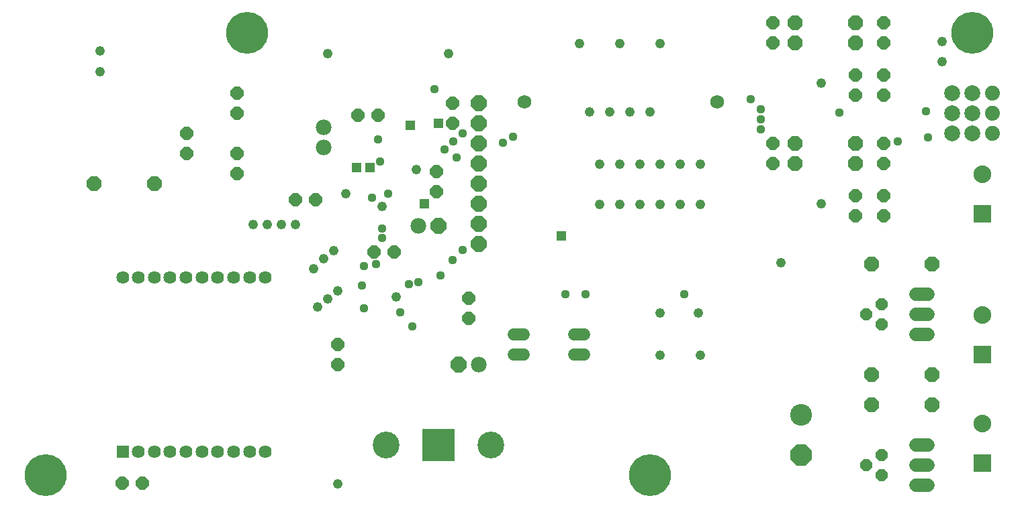
<source format=gbs>
G75*
%MOIN*%
%OFA0B0*%
%FSLAX25Y25*%
%IPPOS*%
%LPD*%
%AMOC8*
5,1,8,0,0,1.08239X$1,22.5*
%
%ADD10OC8,0.06400*%
%ADD11C,0.10800*%
%ADD12OC8,0.10800*%
%ADD13OC8,0.07800*%
%ADD14C,0.07800*%
%ADD15C,0.06000*%
%ADD16R,0.08800X0.08800*%
%ADD17C,0.08800*%
%ADD18OC8,0.07400*%
%ADD19C,0.06400*%
%ADD20R,0.06400X0.06400*%
%ADD21R,0.16400X0.16400*%
%ADD22C,0.13300*%
%ADD23C,0.06902*%
%ADD24C,0.07887*%
%ADD25C,0.06800*%
%ADD26OC8,0.06000*%
%ADD27C,0.07400*%
%ADD28C,0.04762*%
%ADD29C,0.20800*%
%ADD30C,0.04369*%
%ADD31R,0.04762X0.04762*%
D10*
X0059000Y0042500D03*
X0069000Y0042500D03*
X0166000Y0101500D03*
X0166000Y0111500D03*
X0231000Y0124500D03*
X0231000Y0134500D03*
X0194000Y0157500D03*
X0184000Y0157500D03*
X0155000Y0183500D03*
X0145000Y0183500D03*
X0116000Y0196500D03*
X0116000Y0206500D03*
X0091000Y0206500D03*
X0091000Y0216500D03*
X0116000Y0226500D03*
X0116000Y0236500D03*
X0176000Y0225500D03*
X0186000Y0225500D03*
X0223000Y0221500D03*
X0223000Y0231500D03*
X0215000Y0197500D03*
X0215000Y0187500D03*
X0382000Y0201500D03*
X0382000Y0211500D03*
X0423000Y0235500D03*
X0437000Y0235500D03*
X0437000Y0245500D03*
X0423000Y0245500D03*
X0437000Y0261500D03*
X0437000Y0271500D03*
X0382000Y0271500D03*
X0382000Y0261500D03*
X0437000Y0211500D03*
X0437000Y0201500D03*
X0437000Y0185500D03*
X0423000Y0185500D03*
X0423000Y0175500D03*
X0437000Y0175500D03*
D11*
X0396000Y0076500D03*
D12*
X0396000Y0056500D03*
D13*
X0226000Y0101500D03*
X0236000Y0161500D03*
X0236000Y0171500D03*
X0236000Y0181500D03*
X0236000Y0191500D03*
X0236000Y0201500D03*
X0236000Y0211500D03*
X0236000Y0221500D03*
X0236000Y0231500D03*
X0216000Y0170500D03*
D14*
X0206000Y0170500D03*
X0159000Y0209500D03*
X0159000Y0219500D03*
X0236000Y0101500D03*
D15*
X0253400Y0106500D02*
X0258600Y0106500D01*
X0258600Y0116500D02*
X0253400Y0116500D01*
X0283400Y0116500D02*
X0288600Y0116500D01*
X0288600Y0106500D02*
X0283400Y0106500D01*
D16*
X0486000Y0106500D03*
X0486000Y0052500D03*
X0486000Y0176500D03*
D17*
X0486000Y0196185D03*
X0486000Y0126185D03*
X0486000Y0072185D03*
D18*
X0461000Y0081500D03*
X0461000Y0096500D03*
X0431000Y0096500D03*
X0431000Y0081500D03*
X0431000Y0151500D03*
X0461000Y0151500D03*
X0423000Y0201500D03*
X0423000Y0211500D03*
X0393000Y0211500D03*
X0393000Y0201500D03*
X0393000Y0261500D03*
X0393000Y0271500D03*
X0423000Y0271500D03*
X0423000Y0261500D03*
X0075000Y0191500D03*
X0045000Y0191500D03*
D19*
X0059346Y0144807D03*
X0067220Y0144807D03*
X0075094Y0144807D03*
X0082969Y0144807D03*
X0090843Y0144807D03*
X0098717Y0144807D03*
X0106591Y0144807D03*
X0114465Y0144807D03*
X0122339Y0144807D03*
X0130213Y0144807D03*
X0130213Y0058193D03*
X0122339Y0058193D03*
X0114465Y0058193D03*
X0106591Y0058193D03*
X0098717Y0058193D03*
X0090843Y0058193D03*
X0082969Y0058193D03*
X0075094Y0058193D03*
X0067220Y0058193D03*
D20*
X0059346Y0058193D03*
D21*
X0216000Y0061500D03*
D22*
X0190000Y0061500D03*
X0242000Y0061500D03*
D23*
X0258992Y0232232D03*
X0354504Y0232232D03*
D24*
X0471000Y0236500D03*
X0481000Y0236500D03*
X0481000Y0226500D03*
X0471000Y0226500D03*
X0471000Y0216500D03*
X0481000Y0216500D03*
D25*
X0459000Y0136500D02*
X0453000Y0136500D01*
X0453000Y0126500D02*
X0459000Y0126500D01*
X0459000Y0116500D02*
X0453000Y0116500D01*
X0453000Y0061500D02*
X0459000Y0061500D01*
X0459000Y0051500D02*
X0453000Y0051500D01*
X0453000Y0041500D02*
X0459000Y0041500D01*
D26*
X0436000Y0046500D03*
X0428500Y0051500D03*
X0436000Y0056500D03*
X0436000Y0121500D03*
X0428500Y0126500D03*
X0436000Y0131500D03*
D27*
X0491000Y0216500D03*
X0491000Y0226500D03*
X0491000Y0236500D03*
D28*
X0466000Y0252000D03*
X0466000Y0262000D03*
X0406000Y0241500D03*
X0346000Y0201000D03*
X0336000Y0201000D03*
X0326000Y0201000D03*
X0316000Y0201000D03*
X0306000Y0201000D03*
X0296000Y0201000D03*
X0296000Y0181000D03*
X0306000Y0181000D03*
X0316000Y0181000D03*
X0326000Y0181000D03*
X0336000Y0181000D03*
X0346000Y0181000D03*
X0386000Y0152000D03*
X0406000Y0181500D03*
X0321000Y0227000D03*
X0311000Y0227000D03*
X0301000Y0227000D03*
X0291000Y0227000D03*
X0286000Y0261000D03*
X0306000Y0261000D03*
X0326000Y0261000D03*
X0221000Y0256000D03*
X0161000Y0256000D03*
X0205000Y0198500D03*
X0188000Y0180000D03*
X0170000Y0186500D03*
X0145000Y0171000D03*
X0138000Y0171000D03*
X0131000Y0171000D03*
X0124000Y0171000D03*
X0154000Y0149000D03*
X0159000Y0154000D03*
X0164000Y0158000D03*
X0166000Y0138000D03*
X0161000Y0134000D03*
X0156000Y0130000D03*
X0195000Y0135000D03*
X0326000Y0127000D03*
X0345000Y0127000D03*
X0346000Y0106000D03*
X0326000Y0106000D03*
X0166000Y0042000D03*
X0048000Y0247000D03*
X0048000Y0257500D03*
D29*
X0121000Y0266500D03*
X0481000Y0266500D03*
X0321000Y0046500D03*
X0021000Y0046500D03*
D30*
X0179000Y0129500D03*
X0178000Y0140700D03*
X0179000Y0150500D03*
X0185000Y0151500D03*
X0188000Y0164500D03*
X0188200Y0169000D03*
X0183000Y0184500D03*
X0191000Y0186500D03*
X0187000Y0202500D03*
X0186000Y0213300D03*
X0219000Y0208500D03*
X0225000Y0204500D03*
X0223500Y0212500D03*
X0228000Y0216500D03*
X0248300Y0211700D03*
X0253300Y0214900D03*
X0214000Y0238500D03*
X0228000Y0158500D03*
X0223000Y0153500D03*
X0217000Y0145700D03*
X0206200Y0142300D03*
X0201500Y0141500D03*
X0197000Y0127500D03*
X0203000Y0120500D03*
X0279000Y0136500D03*
X0289000Y0136500D03*
X0338000Y0136500D03*
X0444000Y0212500D03*
X0459000Y0214500D03*
X0458000Y0227500D03*
X0415000Y0226800D03*
X0376100Y0228500D03*
X0376000Y0223500D03*
X0376000Y0218500D03*
X0371000Y0233500D03*
D31*
X0277000Y0165500D03*
X0209000Y0181500D03*
X0182000Y0199500D03*
X0175600Y0199500D03*
X0202000Y0220500D03*
X0216000Y0221500D03*
M02*

</source>
